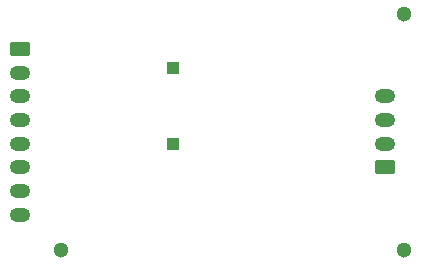
<source format=gbr>
%TF.GenerationSoftware,KiCad,Pcbnew,8.0.1*%
%TF.CreationDate,2024-11-10T15:13:46-05:00*%
%TF.ProjectId,ads1220_board,61647331-3232-4305-9f62-6f6172642e6b,rev?*%
%TF.SameCoordinates,Original*%
%TF.FileFunction,Soldermask,Bot*%
%TF.FilePolarity,Negative*%
%FSLAX46Y46*%
G04 Gerber Fmt 4.6, Leading zero omitted, Abs format (unit mm)*
G04 Created by KiCad (PCBNEW 8.0.1) date 2024-11-10 15:13:46*
%MOMM*%
%LPD*%
G01*
G04 APERTURE LIST*
G04 Aperture macros list*
%AMRoundRect*
0 Rectangle with rounded corners*
0 $1 Rounding radius*
0 $2 $3 $4 $5 $6 $7 $8 $9 X,Y pos of 4 corners*
0 Add a 4 corners polygon primitive as box body*
4,1,4,$2,$3,$4,$5,$6,$7,$8,$9,$2,$3,0*
0 Add four circle primitives for the rounded corners*
1,1,$1+$1,$2,$3*
1,1,$1+$1,$4,$5*
1,1,$1+$1,$6,$7*
1,1,$1+$1,$8,$9*
0 Add four rect primitives between the rounded corners*
20,1,$1+$1,$2,$3,$4,$5,0*
20,1,$1+$1,$4,$5,$6,$7,0*
20,1,$1+$1,$6,$7,$8,$9,0*
20,1,$1+$1,$8,$9,$2,$3,0*%
G04 Aperture macros list end*
%ADD10C,1.300000*%
%ADD11RoundRect,0.250000X0.625000X-0.350000X0.625000X0.350000X-0.625000X0.350000X-0.625000X-0.350000X0*%
%ADD12O,1.750000X1.200000*%
%ADD13RoundRect,0.250000X-0.625000X0.350000X-0.625000X-0.350000X0.625000X-0.350000X0.625000X0.350000X0*%
%ADD14R,1.000000X1.000000*%
G04 APERTURE END LIST*
D10*
%TO.C,H1*%
X146000000Y-72000000D03*
%TD*%
D11*
%TO.C,J2*%
X144450000Y-85000000D03*
D12*
X144450000Y-83000000D03*
X144450000Y-81000000D03*
X144450000Y-79000000D03*
%TD*%
D10*
%TO.C,H2*%
X146000000Y-92000000D03*
%TD*%
%TO.C,H3*%
X117000000Y-92000000D03*
%TD*%
D13*
%TO.C,J3*%
X113550000Y-75000000D03*
D12*
X113550000Y-77000000D03*
X113550000Y-79000000D03*
X113550000Y-81000000D03*
X113550000Y-83000000D03*
X113550000Y-85000000D03*
X113550000Y-87000000D03*
X113550000Y-89000000D03*
%TD*%
D14*
%TO.C,TP1*%
X126500000Y-83000000D03*
%TD*%
%TO.C,TP2*%
X126500000Y-76600000D03*
%TD*%
M02*

</source>
